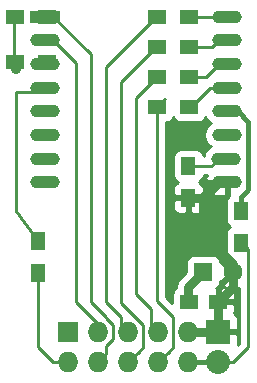
<source format=gbr>
G04 #@! TF.FileFunction,Copper,L2,Bot,Signal*
%FSLAX46Y46*%
G04 Gerber Fmt 4.6, Leading zero omitted, Abs format (unit mm)*
G04 Created by KiCad (PCBNEW 4.0.5) date 02/08/17 01:10:26*
%MOMM*%
%LPD*%
G01*
G04 APERTURE LIST*
%ADD10C,0.100000*%
%ADD11R,1.500000X1.250000*%
%ADD12R,1.600000X1.600000*%
%ADD13C,1.600000*%
%ADD14R,1.727200X1.727200*%
%ADD15O,1.727200X1.727200*%
%ADD16R,2.032000X2.032000*%
%ADD17O,2.032000X2.032000*%
%ADD18R,1.500000X1.300000*%
%ADD19R,1.300000X1.500000*%
%ADD20R,2.500000X1.100000*%
%ADD21O,2.500000X1.100000*%
%ADD22C,0.900000*%
%ADD23C,0.250000*%
%ADD24C,0.800000*%
%ADD25C,0.400000*%
%ADD26C,0.254000*%
G04 APERTURE END LIST*
D10*
D11*
X157500000Y-104140000D03*
X160000000Y-104140000D03*
D12*
X158750000Y-101600000D03*
D13*
X161250000Y-101600000D03*
D14*
X147320000Y-106680000D03*
D15*
X147320000Y-109220000D03*
X149860000Y-106680000D03*
X149860000Y-109220000D03*
X152400000Y-106680000D03*
X152400000Y-109220000D03*
X154940000Y-106680000D03*
X154940000Y-109220000D03*
X157480000Y-106680000D03*
X157480000Y-109220000D03*
D16*
X160020000Y-106680000D03*
D17*
X160020000Y-109220000D03*
D18*
X145495000Y-80010000D03*
X142795000Y-80010000D03*
X145495000Y-83820000D03*
X142795000Y-83820000D03*
D19*
X144780000Y-98980000D03*
X144780000Y-101680000D03*
X161925000Y-96440000D03*
X161925000Y-99140000D03*
D18*
X154860000Y-80010000D03*
X157560000Y-80010000D03*
X154860000Y-85090000D03*
X157560000Y-85090000D03*
D19*
X157480000Y-95330000D03*
X157480000Y-92630000D03*
D18*
X154860000Y-82550000D03*
X157560000Y-82550000D03*
X154860000Y-87630000D03*
X157560000Y-87630000D03*
D20*
X145350000Y-80010000D03*
D21*
X145350000Y-82010000D03*
X145350000Y-84010000D03*
X145350000Y-86010000D03*
X145350000Y-88010000D03*
X145350000Y-90010000D03*
X145350000Y-92010000D03*
X145350000Y-94010000D03*
X160750000Y-94010000D03*
X160650000Y-92010000D03*
X160750000Y-90010000D03*
X160750000Y-88010000D03*
X160750000Y-86010000D03*
X160750000Y-84010000D03*
X160750000Y-82010000D03*
X160750000Y-80010000D03*
D22*
X142874996Y-84455000D03*
D23*
X142874996Y-84455000D02*
X142874996Y-83979992D01*
D24*
X158750000Y-101600000D02*
X157480000Y-102870000D01*
X157480000Y-102870000D02*
X157480000Y-104140000D01*
D23*
X142795000Y-83820000D02*
X142715000Y-83740000D01*
X142715000Y-83740000D02*
X142715000Y-80170000D01*
X142715000Y-80170000D02*
X142875000Y-80010000D01*
X142795000Y-83899996D02*
X142874996Y-83979992D01*
X142795000Y-83820000D02*
X142795000Y-83899996D01*
X161250000Y-101600000D02*
X161270000Y-101580000D01*
X161270000Y-101580000D02*
X161270000Y-100945000D01*
D24*
X161270000Y-100945000D02*
X158750000Y-98425000D01*
X158750000Y-95250000D02*
X159990000Y-94010000D01*
X158750000Y-98425000D02*
X158750000Y-95250000D01*
D23*
X159990000Y-94010000D02*
X160050000Y-94010000D01*
D24*
X160020000Y-106680000D02*
X160020000Y-104140000D01*
X160020000Y-104140000D02*
X161250000Y-102910000D01*
X161250000Y-102910000D02*
X161250000Y-101600000D01*
D25*
X160000000Y-106660000D02*
X160020000Y-106680000D01*
D24*
X157480000Y-106680000D02*
X160020000Y-106680000D01*
X160050000Y-94010000D02*
X158730000Y-95330000D01*
X158730000Y-95330000D02*
X157480000Y-95330000D01*
D23*
X144780000Y-101680000D02*
X144780000Y-107950000D01*
X144780000Y-107950000D02*
X146050000Y-109220000D01*
X146050000Y-109220000D02*
X147320000Y-109220000D01*
X146050000Y-82010000D02*
X147955000Y-83915000D01*
X147955000Y-104140000D02*
X149860000Y-106045000D01*
X149860000Y-106045000D02*
X149860000Y-106680000D01*
X147955000Y-83915000D02*
X147955000Y-104140000D01*
X146050000Y-80010000D02*
X149225000Y-83185000D01*
X149225000Y-83185000D02*
X149225000Y-104140000D01*
X149225000Y-104140000D02*
X150495000Y-105410000D01*
X150495000Y-105410000D02*
X150495000Y-105481870D01*
X150495000Y-105481870D02*
X151098601Y-106085471D01*
X151098601Y-106085471D02*
X151098601Y-107274529D01*
X151098601Y-107274529D02*
X150495000Y-107878130D01*
X150495000Y-107878130D02*
X150495000Y-108585000D01*
X150495000Y-108585000D02*
X149860000Y-109220000D01*
X145415000Y-80010000D02*
X146050000Y-80010000D01*
X146050000Y-80010000D02*
X144780000Y-80010000D01*
X145495000Y-80010000D02*
X146050000Y-80010000D01*
X152400000Y-106680000D02*
X151765000Y-106045000D01*
X151765000Y-106045000D02*
X151765000Y-105410000D01*
X151765000Y-105410000D02*
X150495000Y-104140000D01*
X150495000Y-104140000D02*
X150495000Y-84275000D01*
X150495000Y-84275000D02*
X154760000Y-80010000D01*
X154760000Y-80010000D02*
X154860000Y-80010000D01*
X153638601Y-107981399D02*
X153263599Y-108356401D01*
X153638601Y-106085723D02*
X153638601Y-107981399D01*
X151765000Y-104212122D02*
X153638601Y-106085723D01*
X153263599Y-108356401D02*
X152400000Y-109220000D01*
X151765000Y-85545000D02*
X151765000Y-104212122D01*
X154760000Y-82550000D02*
X151765000Y-85545000D01*
X154860000Y-82550000D02*
X154760000Y-82550000D01*
X154860000Y-85090000D02*
X153035000Y-86915000D01*
X153035000Y-86915000D02*
X153035000Y-103505000D01*
X153035000Y-103505000D02*
X154305000Y-104775000D01*
X154305000Y-104775000D02*
X154305000Y-106045000D01*
X154305000Y-106045000D02*
X154940000Y-106680000D01*
X154860000Y-87630000D02*
X154860000Y-104060000D01*
X154860000Y-104060000D02*
X156178601Y-105378601D01*
X156178601Y-105378601D02*
X156178601Y-107981399D01*
X156178601Y-107981399D02*
X155803599Y-108356401D01*
X155803599Y-108356401D02*
X154940000Y-109220000D01*
X154860000Y-87630000D02*
X155495000Y-86995000D01*
X155495000Y-86995000D02*
X154860000Y-87630000D01*
X154860000Y-87630000D02*
X154940000Y-87630000D01*
X161925000Y-99060000D02*
X162560000Y-99695000D01*
X162560000Y-107950000D02*
X161290000Y-109220000D01*
X162560000Y-99695000D02*
X162560000Y-107950000D01*
X161290000Y-109220000D02*
X160020000Y-109220000D01*
D25*
X157480000Y-109220000D02*
X160020000Y-109220000D01*
D23*
X146050000Y-84010000D02*
X145605000Y-84010000D01*
X145605000Y-84010000D02*
X145415000Y-83820000D01*
X146050000Y-84010000D02*
X145685000Y-84010000D01*
X145685000Y-84010000D02*
X145495000Y-83820000D01*
X146050000Y-84010000D02*
X145860000Y-83820000D01*
X145860000Y-83820000D02*
X145415000Y-83820000D01*
X146050000Y-86010000D02*
X145700000Y-86360000D01*
X145700000Y-86360000D02*
X142875000Y-86360000D01*
X142875000Y-86360000D02*
X142875000Y-96440000D01*
X142875000Y-96440000D02*
X144780000Y-98980000D01*
D25*
X161925000Y-96440000D02*
X161925000Y-95290000D01*
X161925000Y-95290000D02*
X162450010Y-94764990D01*
X162450010Y-94764990D02*
X162450010Y-94724990D01*
X162450010Y-94724990D02*
X162560000Y-94615000D01*
X162560000Y-94615000D02*
X162560000Y-88900000D01*
X162560000Y-88900000D02*
X161670000Y-88010000D01*
X161670000Y-88010000D02*
X160050000Y-88010000D01*
D23*
X160050000Y-80010000D02*
X157560000Y-80010000D01*
X160050000Y-84010000D02*
X158970000Y-85090000D01*
X158970000Y-85090000D02*
X157560000Y-85090000D01*
X160050000Y-92010000D02*
X159430000Y-92630000D01*
X159430000Y-92630000D02*
X157480000Y-92630000D01*
X160050000Y-82010000D02*
X159510000Y-82550000D01*
X159510000Y-82550000D02*
X157560000Y-82550000D01*
X160050000Y-86010000D02*
X159280000Y-86010000D01*
X159280000Y-86010000D02*
X157660000Y-87630000D01*
X157660000Y-87630000D02*
X157560000Y-87630000D01*
D26*
G36*
X159175149Y-88847922D02*
X159417717Y-89010000D01*
X159175149Y-89172078D01*
X158918274Y-89556520D01*
X158828071Y-90010000D01*
X158918274Y-90463480D01*
X159175149Y-90847922D01*
X159367717Y-90976591D01*
X159075149Y-91172078D01*
X158818274Y-91556520D01*
X158766011Y-91819262D01*
X158733162Y-91644683D01*
X158594090Y-91428559D01*
X158381890Y-91283569D01*
X158130000Y-91232560D01*
X156830000Y-91232560D01*
X156594683Y-91276838D01*
X156378559Y-91415910D01*
X156233569Y-91628110D01*
X156182560Y-91880000D01*
X156182560Y-93380000D01*
X156226838Y-93615317D01*
X156365910Y-93831441D01*
X156578110Y-93976431D01*
X156611490Y-93983191D01*
X156470301Y-94041673D01*
X156291673Y-94220302D01*
X156195000Y-94453691D01*
X156195000Y-95044250D01*
X156353750Y-95203000D01*
X157353000Y-95203000D01*
X157353000Y-95183000D01*
X157607000Y-95183000D01*
X157607000Y-95203000D01*
X158606250Y-95203000D01*
X158765000Y-95044250D01*
X158765000Y-94453691D01*
X158709518Y-94319744D01*
X158906197Y-94319744D01*
X158906602Y-94346146D01*
X159122276Y-94758118D01*
X159479187Y-95056196D01*
X159923000Y-95195000D01*
X160623000Y-95195000D01*
X160623000Y-94137000D01*
X159031639Y-94137000D01*
X158906197Y-94319744D01*
X158709518Y-94319744D01*
X158668327Y-94220302D01*
X158489699Y-94041673D01*
X158353713Y-93985346D01*
X158365317Y-93983162D01*
X158581441Y-93844090D01*
X158726431Y-93631890D01*
X158775415Y-93390000D01*
X159055204Y-93390000D01*
X158906602Y-93673854D01*
X158906197Y-93700256D01*
X159031639Y-93883000D01*
X160623000Y-93883000D01*
X160623000Y-93863000D01*
X160877000Y-93863000D01*
X160877000Y-93883000D01*
X160897000Y-93883000D01*
X160897000Y-94137000D01*
X160877000Y-94137000D01*
X160877000Y-95191522D01*
X160823559Y-95225910D01*
X160678569Y-95438110D01*
X160627560Y-95690000D01*
X160627560Y-97190000D01*
X160671838Y-97425317D01*
X160810910Y-97641441D01*
X161023110Y-97786431D01*
X161036197Y-97789081D01*
X160823559Y-97925910D01*
X160678569Y-98138110D01*
X160627560Y-98390000D01*
X160627560Y-99890000D01*
X160671838Y-100125317D01*
X160747022Y-100242157D01*
X160495995Y-100346136D01*
X160421861Y-100592255D01*
X161250000Y-101420395D01*
X161264142Y-101406252D01*
X161443748Y-101585858D01*
X161429605Y-101600000D01*
X161443748Y-101614143D01*
X161264142Y-101793748D01*
X161250000Y-101779605D01*
X160421861Y-102607745D01*
X160495995Y-102853864D01*
X160568708Y-102880000D01*
X160285750Y-102880000D01*
X160127000Y-103038750D01*
X160127000Y-104013000D01*
X161226250Y-104013000D01*
X161385000Y-103854250D01*
X161385000Y-103388690D01*
X161288327Y-103155301D01*
X161173311Y-103040286D01*
X161603454Y-103019778D01*
X161800000Y-102938366D01*
X161800000Y-107635198D01*
X161671000Y-107764198D01*
X161671000Y-106965750D01*
X161512250Y-106807000D01*
X160147000Y-106807000D01*
X160147000Y-106827000D01*
X159893000Y-106827000D01*
X159893000Y-106807000D01*
X157607000Y-106807000D01*
X157607000Y-106827000D01*
X157353000Y-106827000D01*
X157353000Y-106807000D01*
X157333000Y-106807000D01*
X157333000Y-106553000D01*
X157353000Y-106553000D01*
X157353000Y-106533000D01*
X157607000Y-106533000D01*
X157607000Y-106553000D01*
X159893000Y-106553000D01*
X159893000Y-105187750D01*
X159873000Y-105167750D01*
X159873000Y-104267000D01*
X160127000Y-104267000D01*
X160127000Y-105241250D01*
X160147000Y-105261250D01*
X160147000Y-106553000D01*
X161512250Y-106553000D01*
X161671000Y-106394250D01*
X161671000Y-105537691D01*
X161574327Y-105304302D01*
X161395699Y-105125673D01*
X161303707Y-105087569D01*
X161385000Y-104891310D01*
X161385000Y-104425750D01*
X161226250Y-104267000D01*
X160127000Y-104267000D01*
X159873000Y-104267000D01*
X159853000Y-104267000D01*
X159853000Y-104013000D01*
X159873000Y-104013000D01*
X159873000Y-103038750D01*
X159817015Y-102982765D01*
X160001441Y-102864090D01*
X160146431Y-102651890D01*
X160194646Y-102413799D01*
X160242255Y-102428139D01*
X161070395Y-101600000D01*
X160242255Y-100771861D01*
X160194833Y-100786145D01*
X160153162Y-100564683D01*
X160014090Y-100348559D01*
X159801890Y-100203569D01*
X159550000Y-100152560D01*
X157950000Y-100152560D01*
X157714683Y-100196838D01*
X157498559Y-100335910D01*
X157353569Y-100548110D01*
X157302560Y-100800000D01*
X157302560Y-101583728D01*
X156748144Y-102138144D01*
X156523785Y-102473923D01*
X156444999Y-102870000D01*
X156445000Y-102870005D01*
X156445000Y-102956678D01*
X156298559Y-103050910D01*
X156153569Y-103263110D01*
X156102560Y-103515000D01*
X156102560Y-104227758D01*
X155620000Y-103745198D01*
X155620000Y-95615750D01*
X156195000Y-95615750D01*
X156195000Y-96206309D01*
X156291673Y-96439698D01*
X156470301Y-96618327D01*
X156703690Y-96715000D01*
X157194250Y-96715000D01*
X157353000Y-96556250D01*
X157353000Y-95457000D01*
X157607000Y-95457000D01*
X157607000Y-96556250D01*
X157765750Y-96715000D01*
X158256310Y-96715000D01*
X158489699Y-96618327D01*
X158668327Y-96439698D01*
X158765000Y-96206309D01*
X158765000Y-95615750D01*
X158606250Y-95457000D01*
X157607000Y-95457000D01*
X157353000Y-95457000D01*
X156353750Y-95457000D01*
X156195000Y-95615750D01*
X155620000Y-95615750D01*
X155620000Y-88925558D01*
X155845317Y-88883162D01*
X156061441Y-88744090D01*
X156206431Y-88531890D01*
X156209081Y-88518803D01*
X156345910Y-88731441D01*
X156558110Y-88876431D01*
X156810000Y-88927440D01*
X158310000Y-88927440D01*
X158545317Y-88883162D01*
X158761441Y-88744090D01*
X158906431Y-88531890D01*
X158919817Y-88465789D01*
X159175149Y-88847922D01*
X159175149Y-88847922D01*
G37*
X159175149Y-88847922D02*
X159417717Y-89010000D01*
X159175149Y-89172078D01*
X158918274Y-89556520D01*
X158828071Y-90010000D01*
X158918274Y-90463480D01*
X159175149Y-90847922D01*
X159367717Y-90976591D01*
X159075149Y-91172078D01*
X158818274Y-91556520D01*
X158766011Y-91819262D01*
X158733162Y-91644683D01*
X158594090Y-91428559D01*
X158381890Y-91283569D01*
X158130000Y-91232560D01*
X156830000Y-91232560D01*
X156594683Y-91276838D01*
X156378559Y-91415910D01*
X156233569Y-91628110D01*
X156182560Y-91880000D01*
X156182560Y-93380000D01*
X156226838Y-93615317D01*
X156365910Y-93831441D01*
X156578110Y-93976431D01*
X156611490Y-93983191D01*
X156470301Y-94041673D01*
X156291673Y-94220302D01*
X156195000Y-94453691D01*
X156195000Y-95044250D01*
X156353750Y-95203000D01*
X157353000Y-95203000D01*
X157353000Y-95183000D01*
X157607000Y-95183000D01*
X157607000Y-95203000D01*
X158606250Y-95203000D01*
X158765000Y-95044250D01*
X158765000Y-94453691D01*
X158709518Y-94319744D01*
X158906197Y-94319744D01*
X158906602Y-94346146D01*
X159122276Y-94758118D01*
X159479187Y-95056196D01*
X159923000Y-95195000D01*
X160623000Y-95195000D01*
X160623000Y-94137000D01*
X159031639Y-94137000D01*
X158906197Y-94319744D01*
X158709518Y-94319744D01*
X158668327Y-94220302D01*
X158489699Y-94041673D01*
X158353713Y-93985346D01*
X158365317Y-93983162D01*
X158581441Y-93844090D01*
X158726431Y-93631890D01*
X158775415Y-93390000D01*
X159055204Y-93390000D01*
X158906602Y-93673854D01*
X158906197Y-93700256D01*
X159031639Y-93883000D01*
X160623000Y-93883000D01*
X160623000Y-93863000D01*
X160877000Y-93863000D01*
X160877000Y-93883000D01*
X160897000Y-93883000D01*
X160897000Y-94137000D01*
X160877000Y-94137000D01*
X160877000Y-95191522D01*
X160823559Y-95225910D01*
X160678569Y-95438110D01*
X160627560Y-95690000D01*
X160627560Y-97190000D01*
X160671838Y-97425317D01*
X160810910Y-97641441D01*
X161023110Y-97786431D01*
X161036197Y-97789081D01*
X160823559Y-97925910D01*
X160678569Y-98138110D01*
X160627560Y-98390000D01*
X160627560Y-99890000D01*
X160671838Y-100125317D01*
X160747022Y-100242157D01*
X160495995Y-100346136D01*
X160421861Y-100592255D01*
X161250000Y-101420395D01*
X161264142Y-101406252D01*
X161443748Y-101585858D01*
X161429605Y-101600000D01*
X161443748Y-101614143D01*
X161264142Y-101793748D01*
X161250000Y-101779605D01*
X160421861Y-102607745D01*
X160495995Y-102853864D01*
X160568708Y-102880000D01*
X160285750Y-102880000D01*
X160127000Y-103038750D01*
X160127000Y-104013000D01*
X161226250Y-104013000D01*
X161385000Y-103854250D01*
X161385000Y-103388690D01*
X161288327Y-103155301D01*
X161173311Y-103040286D01*
X161603454Y-103019778D01*
X161800000Y-102938366D01*
X161800000Y-107635198D01*
X161671000Y-107764198D01*
X161671000Y-106965750D01*
X161512250Y-106807000D01*
X160147000Y-106807000D01*
X160147000Y-106827000D01*
X159893000Y-106827000D01*
X159893000Y-106807000D01*
X157607000Y-106807000D01*
X157607000Y-106827000D01*
X157353000Y-106827000D01*
X157353000Y-106807000D01*
X157333000Y-106807000D01*
X157333000Y-106553000D01*
X157353000Y-106553000D01*
X157353000Y-106533000D01*
X157607000Y-106533000D01*
X157607000Y-106553000D01*
X159893000Y-106553000D01*
X159893000Y-105187750D01*
X159873000Y-105167750D01*
X159873000Y-104267000D01*
X160127000Y-104267000D01*
X160127000Y-105241250D01*
X160147000Y-105261250D01*
X160147000Y-106553000D01*
X161512250Y-106553000D01*
X161671000Y-106394250D01*
X161671000Y-105537691D01*
X161574327Y-105304302D01*
X161395699Y-105125673D01*
X161303707Y-105087569D01*
X161385000Y-104891310D01*
X161385000Y-104425750D01*
X161226250Y-104267000D01*
X160127000Y-104267000D01*
X159873000Y-104267000D01*
X159853000Y-104267000D01*
X159853000Y-104013000D01*
X159873000Y-104013000D01*
X159873000Y-103038750D01*
X159817015Y-102982765D01*
X160001441Y-102864090D01*
X160146431Y-102651890D01*
X160194646Y-102413799D01*
X160242255Y-102428139D01*
X161070395Y-101600000D01*
X160242255Y-100771861D01*
X160194833Y-100786145D01*
X160153162Y-100564683D01*
X160014090Y-100348559D01*
X159801890Y-100203569D01*
X159550000Y-100152560D01*
X157950000Y-100152560D01*
X157714683Y-100196838D01*
X157498559Y-100335910D01*
X157353569Y-100548110D01*
X157302560Y-100800000D01*
X157302560Y-101583728D01*
X156748144Y-102138144D01*
X156523785Y-102473923D01*
X156444999Y-102870000D01*
X156445000Y-102870005D01*
X156445000Y-102956678D01*
X156298559Y-103050910D01*
X156153569Y-103263110D01*
X156102560Y-103515000D01*
X156102560Y-104227758D01*
X155620000Y-103745198D01*
X155620000Y-95615750D01*
X156195000Y-95615750D01*
X156195000Y-96206309D01*
X156291673Y-96439698D01*
X156470301Y-96618327D01*
X156703690Y-96715000D01*
X157194250Y-96715000D01*
X157353000Y-96556250D01*
X157353000Y-95457000D01*
X157607000Y-95457000D01*
X157607000Y-96556250D01*
X157765750Y-96715000D01*
X158256310Y-96715000D01*
X158489699Y-96618327D01*
X158668327Y-96439698D01*
X158765000Y-96206309D01*
X158765000Y-95615750D01*
X158606250Y-95457000D01*
X157607000Y-95457000D01*
X157353000Y-95457000D01*
X156353750Y-95457000D01*
X156195000Y-95615750D01*
X155620000Y-95615750D01*
X155620000Y-88925558D01*
X155845317Y-88883162D01*
X156061441Y-88744090D01*
X156206431Y-88531890D01*
X156209081Y-88518803D01*
X156345910Y-88731441D01*
X156558110Y-88876431D01*
X156810000Y-88927440D01*
X158310000Y-88927440D01*
X158545317Y-88883162D01*
X158761441Y-88744090D01*
X158906431Y-88531890D01*
X158919817Y-88465789D01*
X159175149Y-88847922D01*
M02*

</source>
